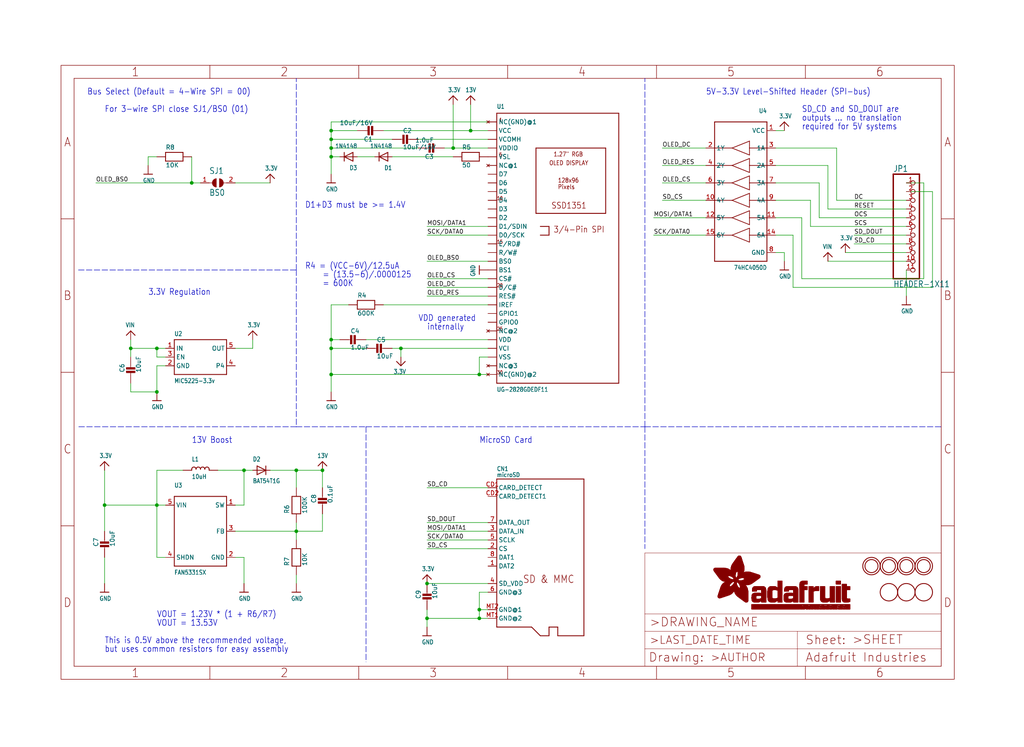
<source format=kicad_sch>
(kicad_sch (version 20211123) (generator eeschema)
  (paper "User" 298.45 217.881)
  (lib_symbols
    (symbol "eagleSchem-eagle-import:13V" (power)
      (property "Value" "13V" (at -1.524 1.016 0))
      (symbol "13V_1_0"
        (pin power_in line (at 0 -2.54 90) (length 2.54) (name "13V") (number "1"))
      )
    )
    (symbol "eagleSchem-eagle-import:3.3V" (power)
      (property "Value" "3.3V" (at -1.524 1.016 0))
      (symbol "3.3V_1_0"
        (pin power_in line (at 0 -2.54 90) (length 2.54) (name "3.3V") (number "1"))
      )
    )
    (symbol "eagleSchem-eagle-import:74HC4050D"
      (property "Reference" "U" (at -7.62 22.86 0))
      (property "Value" "74HC4050D" (at -7.62 -22.86 0))
      (symbol "74HC4050D_1_0"
        (pin bidirectional line (at -10.16 17.78 0) (length 2.54) (name "VCC") (number "1"))
        (pin bidirectional line (at 10.16 -2.54 180) (length 2.54) (name "4Y") (number "10"))
        (pin bidirectional line (at -10.16 -7.62 0) (length 2.54) (name "5A") (number "11"))
        (pin bidirectional line (at 10.16 -7.62 180) (length 2.54) (name "5Y") (number "12"))
        (pin bidirectional line (at -10.16 -12.7 0) (length 2.54) (name "6A") (number "14"))
        (pin bidirectional line (at 10.16 -12.7 180) (length 2.54) (name "6Y") (number "15"))
        (pin bidirectional line (at 10.16 12.7 180) (length 2.54) (name "1Y") (number "2"))
        (pin bidirectional line (at -10.16 12.7 0) (length 2.54) (name "1A") (number "3"))
        (pin bidirectional line (at 10.16 7.62 180) (length 2.54) (name "2Y") (number "4"))
        (pin bidirectional line (at -10.16 7.62 0) (length 2.54) (name "2A") (number "5"))
        (pin bidirectional line (at 10.16 2.54 180) (length 2.54) (name "3Y") (number "6"))
        (pin bidirectional line (at -10.16 2.54 0) (length 2.54) (name "3A") (number "7"))
        (pin bidirectional line (at -10.16 -17.78 0) (length 2.54) (name "GND") (number "8"))
        (pin bidirectional line (at -10.16 -2.54 0) (length 2.54) (name "4A") (number "9"))
      )
    )
    (symbol "eagleSchem-eagle-import:CAP_CERAMIC_0805MP"
      (property "Reference" "C" (at -1.79 0.54 90))
      (property "Value" "CAP_CERAMIC_0805MP" (at 3 0.54 90))
      (symbol "CAP_CERAMIC_0805MP_1_0"
        (pin passive line (at 0 5.08 270) (length 2.54) (name "1") (number "1"))
        (pin passive line (at 0 -2.54 90) (length 2.54) (name "2") (number "2"))
      )
    )
    (symbol "eagleSchem-eagle-import:DIODESOD-123"
      (property "Reference" "D" (at -2.54 2.54 0))
      (property "Value" "DIODESOD-123" (at -2.54 -3.81 0))
      (symbol "DIODESOD-123_1_0"
        (pin passive line (at -2.54 0 0) (length 2.54) (name "A") (number "A"))
        (pin passive line (at 2.54 0 180) (length 2.54) (name "C") (number "C"))
      )
    )
    (symbol "eagleSchem-eagle-import:DIODESOD-323"
      (property "Reference" "D" (at -2.54 2.54 0))
      (property "Value" "DIODESOD-323" (at -2.54 -3.81 0))
      (symbol "DIODESOD-323_1_0"
        (pin passive line (at -2.54 0 0) (length 2.54) (name "A") (number "A"))
        (pin passive line (at 2.54 0 180) (length 2.54) (name "C") (number "C"))
      )
    )
    (symbol "eagleSchem-eagle-import:DISP_OLED_UG-2896GDEAF11TOP"
      (property "Value" "DISP_OLED_UG-2896GDEAF11TOP" (at -17.78 -40.64 0))
      (symbol "DISP_OLED_UG-2896GDEAF11TOP_1_0"
        (text "1" (at -17.145 38.1 0) (effects (font (size 1.016 0.8636)) (justify left bottom)))
        (text "1.27\" RGB" (at -1.27 27.94 0) (effects (font (size 1.27 1.0795)) (justify left bottom)))
        (text "10" (at -17.78 15.24 0) (effects (font (size 1.016 0.8636)) (justify left bottom)))
        (text "128x96" (at 0 20.32 0) (effects (font (size 1.27 1.0795)) (justify left bottom)))
        (text "15" (at -17.78 2.54 0) (effects (font (size 1.016 0.8636)) (justify left bottom)))
        (text "20" (at -17.78 -10.16 0) (effects (font (size 1.016 0.8636)) (justify left bottom)))
        (text "25" (at -17.78 -22.86 0) (effects (font (size 1.016 0.8636)) (justify left bottom)))
        (text "3/4-Pin SPI" (at -1.27 5.715 0) (effects (font (size 1.778 1.5113)) (justify left bottom)))
        (text "30" (at -17.78 -35.56 0) (effects (font (size 1.016 0.8636)) (justify left bottom)))
        (text "5" (at -17.145 27.94 0) (effects (font (size 1.016 0.8636)) (justify left bottom)))
        (text "OLED DISPLAY" (at -2.54 25.4 0) (effects (font (size 1.27 1.0795)) (justify left bottom)))
        (text "Pixels" (at 0 18.415 0) (effects (font (size 1.27 1.0795)) (justify left bottom)))
        (text "SSD1351" (at -1.905 12.7 0) (effects (font (size 1.778 1.5113)) (justify left bottom)))
        (pin no_connect line (at -20.32 -35.56 0) (length 2.54) (name "NC(GND)@2") (number "P$1"))
        (pin bidirectional line (at -20.32 -12.7 0) (length 2.54) (name "RES#") (number "P$10"))
        (pin bidirectional line (at -20.32 -10.16 0) (length 2.54) (name "D/C#") (number "P$11"))
        (pin bidirectional line (at -20.32 -7.62 0) (length 2.54) (name "CS#") (number "P$12"))
        (pin bidirectional line (at -20.32 -5.08 0) (length 2.54) (name "BS1") (number "P$13"))
        (pin bidirectional line (at -20.32 -2.54 0) (length 2.54) (name "BS0") (number "P$14"))
        (pin bidirectional line (at -20.32 0 0) (length 2.54) (name "R/W#") (number "P$15"))
        (pin bidirectional line (at -20.32 2.54 0) (length 2.54) (name "E/RD#") (number "P$16"))
        (pin bidirectional line (at -20.32 5.08 0) (length 2.54) (name "D0/SCK") (number "P$17"))
        (pin bidirectional line (at -20.32 7.62 0) (length 2.54) (name "D1/SDIN") (number "P$18"))
        (pin bidirectional line (at -20.32 10.16 0) (length 2.54) (name "D2") (number "P$19"))
        (pin no_connect line (at -20.32 -33.02 0) (length 2.54) (name "NC@3") (number "P$2"))
        (pin bidirectional line (at -20.32 12.7 0) (length 2.54) (name "D3") (number "P$20"))
        (pin bidirectional line (at -20.32 15.24 0) (length 2.54) (name "D4") (number "P$21"))
        (pin bidirectional line (at -20.32 17.78 0) (length 2.54) (name "D5") (number "P$22"))
        (pin bidirectional line (at -20.32 20.32 0) (length 2.54) (name "D6") (number "P$23"))
        (pin bidirectional line (at -20.32 22.86 0) (length 2.54) (name "D7") (number "P$24"))
        (pin no_connect line (at -20.32 25.4 0) (length 2.54) (name "NC@1") (number "P$25"))
        (pin bidirectional line (at -20.32 27.94 0) (length 2.54) (name "VSL") (number "P$26"))
        (pin power_in line (at -20.32 30.48 0) (length 2.54) (name "VDDIO") (number "P$27"))
        (pin power_in line (at -20.32 33.02 0) (length 2.54) (name "VCOMH") (number "P$28"))
        (pin power_in line (at -20.32 35.56 0) (length 2.54) (name "VCC") (number "P$29"))
        (pin power_in line (at -20.32 -30.48 0) (length 2.54) (name "VSS") (number "P$3"))
        (pin no_connect line (at -20.32 38.1 0) (length 2.54) (name "NC(GND)@1") (number "P$30"))
        (pin power_in line (at -20.32 -27.94 0) (length 2.54) (name "VCI") (number "P$4"))
        (pin power_in line (at -20.32 -25.4 0) (length 2.54) (name "VDD") (number "P$5"))
        (pin no_connect line (at -20.32 -22.86 0) (length 2.54) (name "NC@2") (number "P$6"))
        (pin bidirectional line (at -20.32 -20.32 0) (length 2.54) (name "GPIO0") (number "P$7"))
        (pin bidirectional line (at -20.32 -17.78 0) (length 2.54) (name "GPIO1") (number "P$8"))
        (pin bidirectional line (at -20.32 -15.24 0) (length 2.54) (name "IREF") (number "P$9"))
      )
    )
    (symbol "eagleSchem-eagle-import:FAN5331"
      (property "Reference" "U" (at -7.62 12.7 0))
      (property "Value" "FAN5331" (at -7.62 -12.7 0))
      (symbol "FAN5331_1_0"
        (pin bidirectional line (at 10.16 7.62 180) (length 2.54) (name "SW") (number "1"))
        (pin bidirectional line (at 10.16 -7.62 180) (length 2.54) (name "GND") (number "2"))
        (pin bidirectional line (at 10.16 0 180) (length 2.54) (name "FB") (number "3"))
        (pin bidirectional line (at -10.16 -7.62 0) (length 2.54) (name "SHDN") (number "4"))
        (pin bidirectional line (at -10.16 7.62 0) (length 2.54) (name "VIN") (number "5"))
      )
    )
    (symbol "eagleSchem-eagle-import:FIDUCIAL")
    (symbol "eagleSchem-eagle-import:FRAME_A4_ADAFRUIT"
      (symbol "FRAME_A4_ADAFRUIT_0_0"
        (text "1" (at 21.6958 1.905 0) (effects (font (size 2.54 2.286))))
        (text "1" (at 21.6958 177.165 0) (effects (font (size 2.54 2.286))))
        (text "2" (at 65.0875 1.905 0) (effects (font (size 2.54 2.286))))
        (text "2" (at 65.0875 177.165 0) (effects (font (size 2.54 2.286))))
        (text "3" (at 108.4792 1.905 0) (effects (font (size 2.54 2.286))))
        (text "3" (at 108.4792 177.165 0) (effects (font (size 2.54 2.286))))
        (text "4" (at 151.8708 1.905 0) (effects (font (size 2.54 2.286))))
        (text "4" (at 151.8708 177.165 0) (effects (font (size 2.54 2.286))))
        (text "5" (at 195.2625 1.905 0) (effects (font (size 2.54 2.286))))
        (text "5" (at 195.2625 177.165 0) (effects (font (size 2.54 2.286))))
        (text "6" (at 238.6542 1.905 0) (effects (font (size 2.54 2.286))))
        (text "6" (at 238.6542 177.165 0) (effects (font (size 2.54 2.286))))
        (text "A" (at 1.905 156.6863 0) (effects (font (size 2.54 2.286))))
        (text "A" (at 258.445 156.6863 0) (effects (font (size 2.54 2.286))))
        (text "B" (at 1.905 111.9188 0) (effects (font (size 2.54 2.286))))
        (text "B" (at 258.445 111.9188 0) (effects (font (size 2.54 2.286))))
        (text "C" (at 1.905 67.1513 0) (effects (font (size 2.54 2.286))))
        (text "C" (at 258.445 67.1513 0) (effects (font (size 2.54 2.286))))
        (text "D" (at 1.905 22.3838 0) (effects (font (size 2.54 2.286))))
        (text "D" (at 258.445 22.3838 0) (effects (font (size 2.54 2.286))))
      )
      (symbol "FRAME_A4_ADAFRUIT_1_0"
        (text ">AUTHOR" (at 189.23 5.08 0) (effects (font (size 2.286 2.286)) (justify left bottom)))
        (text ">DRAWING_NAME" (at 171.45 15.24 0) (effects (font (size 2.54 2.54)) (justify left bottom)))
        (text ">LAST_DATE_TIME" (at 171.45 10.16 0) (effects (font (size 2.286 2.286)) (justify left bottom)))
        (text ">SHEET" (at 230.505 10.16 0) (effects (font (size 2.54 2.54)) (justify left bottom)))
        (text "Adafruit Industries" (at 216.916 4.953 0) (effects (font (size 2.54 2.54)) (justify left bottom)))
        (text "Drawing:" (at 171.196 4.953 0) (effects (font (size 2.54 2.54)) (justify left bottom)))
        (text "Sheet:" (at 216.916 10.033 0) (effects (font (size 2.54 2.54)) (justify left bottom)))
      )
    )
    (symbol "eagleSchem-eagle-import:GND" (power)
      (property "Value" "GND" (at -1.524 -2.54 0))
      (symbol "GND_1_0"
        (pin power_in line (at 0 2.54 270) (length 2.54) (name "GND") (number "1"))
      )
    )
    (symbol "eagleSchem-eagle-import:HEADER-1X11"
      (property "Reference" "JP" (at -6.35 15.875 0))
      (property "Value" "HEADER-1X11" (at -6.35 -17.78 0))
      (symbol "HEADER-1X11_1_0"
        (pin passive inverted (at -2.54 12.7 0) (length 2.54) (name "1") (number "1"))
        (pin passive inverted (at -2.54 -10.16 0) (length 2.54) (name "10") (number "10"))
        (pin passive inverted (at -2.54 -12.7 0) (length 2.54) (name "11") (number "11"))
        (pin passive inverted (at -2.54 10.16 0) (length 2.54) (name "2") (number "2"))
        (pin passive inverted (at -2.54 7.62 0) (length 2.54) (name "3") (number "3"))
        (pin passive inverted (at -2.54 5.08 0) (length 2.54) (name "4") (number "4"))
        (pin passive inverted (at -2.54 2.54 0) (length 2.54) (name "5") (number "5"))
        (pin passive inverted (at -2.54 0 0) (length 2.54) (name "6") (number "6"))
        (pin passive inverted (at -2.54 -2.54 0) (length 2.54) (name "7") (number "7"))
        (pin passive inverted (at -2.54 -5.08 0) (length 2.54) (name "8") (number "8"))
        (pin passive inverted (at -2.54 -7.62 0) (length 2.54) (name "9") (number "9"))
      )
    )
    (symbol "eagleSchem-eagle-import:INDUCTOR"
      (property "Reference" "L" (at -2.54 2.54 0))
      (property "Value" "INDUCTOR" (at -2.54 -2.54 0))
      (symbol "INDUCTOR_1_0"
        (pin passive line (at -5.08 0 0) (length 2.54) (name "1") (number "P$1"))
        (pin passive line (at 5.08 0 180) (length 2.54) (name "2") (number "P$2"))
      )
    )
    (symbol "eagleSchem-eagle-import:MICROSD"
      (property "Reference" "X" (at -12.7 22.606 0))
      (property "Value" "MICROSD" (at -12.7 20.828 0))
      (symbol "MICROSD_1_0"
        (text "SD & MMC" (at -5.08 -10.16 0) (effects (font (size 2.1844 1.8567)) (justify left bottom)))
        (pin bidirectional line (at -15.24 -5.08 0) (length 2.54) (name "DAT2") (number "1"))
        (pin input line (at -15.24 0 0) (length 2.54) (name "CS") (number "2"))
        (pin input line (at -15.24 5.08 0) (length 2.54) (name "DATA_IN") (number "3"))
        (pin power_in line (at -15.24 -10.16 0) (length 2.54) (name "SD_VDD") (number "4"))
        (pin input line (at -15.24 2.54 0) (length 2.54) (name "SCLK") (number "5"))
        (pin power_in line (at -15.24 -12.7 0) (length 2.54) (name "GND@3") (number "6"))
        (pin output line (at -15.24 7.62 0) (length 2.54) (name "DATA_OUT") (number "7"))
        (pin bidirectional line (at -15.24 -2.54 0) (length 2.54) (name "DAT1") (number "8"))
        (pin passive line (at -15.24 17.78 0) (length 2.54) (name "CARD_DETECT") (number "CD1"))
        (pin passive line (at -15.24 15.24 0) (length 2.54) (name "CARD_DETECT1") (number "CD2"))
        (pin power_in line (at -15.24 -20.32 0) (length 2.54) (name "GND@2") (number "MT1"))
        (pin power_in line (at -15.24 -17.78 0) (length 2.54) (name "GND@1") (number "MT2"))
      )
    )
    (symbol "eagleSchem-eagle-import:MOUNTINGHOLE2.5")
    (symbol "eagleSchem-eagle-import:RESISTOR_0805MP"
      (property "Reference" "R" (at -2.54 2.032 0))
      (property "Value" "RESISTOR_0805MP" (at -2.54 -3.175 0))
      (symbol "RESISTOR_0805MP_1_0"
        (pin passive line (at -5.08 0 0) (length 2.54) (name "1") (number "1"))
        (pin passive line (at 5.08 0 180) (length 2.54) (name "2") (number "2"))
      )
    )
    (symbol "eagleSchem-eagle-import:SOLDERJUMPERREFLOW_NOPASTE"
      (property "Reference" "SJ" (at -2.54 2.54 0))
      (property "Value" "SOLDERJUMPERREFLOW_NOPASTE" (at -2.54 -3.81 0))
      (symbol "SOLDERJUMPERREFLOW_NOPASTE_1_0"
        (pin passive line (at -5.08 0 0) (length 2.54) (name "1") (number "1"))
        (pin passive line (at 5.08 0 180) (length 2.54) (name "2") (number "2"))
      )
    )
    (symbol "eagleSchem-eagle-import:VIN" (power)
      (property "Value" "VIN" (at -1.524 1.016 0))
      (symbol "VIN_1_0"
        (pin power_in line (at 0 -2.54 90) (length 2.54) (name "VIN") (number "1"))
      )
    )
    (symbol "eagleSchem-eagle-import:VREG_SOT23-5"
      (property "Reference" "U" (at -7.62 6.096 0))
      (property "Value" "VREG_SOT23-5" (at -7.62 -7.62 0))
      (symbol "VREG_SOT23-5_1_0"
        (pin power_in line (at -10.16 2.54 0) (length 2.54) (name "IN") (number "1"))
        (pin power_in line (at -10.16 -2.54 0) (length 2.54) (name "GND") (number "2"))
        (pin input line (at -10.16 0 0) (length 2.54) (name "EN") (number "3"))
        (pin bidirectional line (at 10.16 -2.54 180) (length 2.54) (name "P4") (number "4"))
        (pin power_in line (at 10.16 2.54 180) (length 2.54) (name "OUT") (number "5"))
      )
    )
  )
  (junction (at 96.52 38.1))
  (junction (at 96.52 45.72))
  (junction (at 116.84 101.6))
  (junction (at 96.52 43.18))
  (junction (at 96.52 40.64))
  (junction (at 38.1 101.6))
  (junction (at 139.7 109.22))
  (junction (at 30.48 147.32))
  (junction (at 45.72 114.3))
  (junction (at 124.46 180.34))
  (junction (at 45.72 147.32))
  (junction (at 137.16 38.1))
  (junction (at 96.52 109.22))
  (junction (at 139.7 177.8))
  (junction (at 45.72 101.6))
  (junction (at 124.46 170.18))
  (junction (at 55.88 53.34))
  (junction (at 93.98 137.16))
  (junction (at 96.52 99.06))
  (junction (at 86.36 137.16))
  (junction (at 132.08 43.18))
  (junction (at 71.12 137.16))
  (junction (at 86.36 154.94))
  (junction (at 139.7 180.34))
  (junction (at 96.52 101.6))
  (wire (pts (xy 271.78 83.82) (xy 271.78 55.88)))
  (polyline (pts (xy 187.96 124.46) (xy 187.96 22.86)))
  (wire (pts (xy 142.24 68.58) (xy 124.46 68.58)))
  (wire (pts (xy 96.52 101.6) (xy 96.52 109.22)))
  (wire (pts (xy 68.58 162.56) (xy 71.12 162.56)))
  (wire (pts (xy 236.22 58.42) (xy 226.06 58.42)))
  (polyline (pts (xy 106.68 124.46) (xy 187.96 124.46)))
  (wire (pts (xy 86.36 137.16) (xy 93.98 137.16)))
  (wire (pts (xy 99.06 99.06) (xy 96.52 99.06)))
  (wire (pts (xy 142.24 154.94) (xy 124.46 154.94)))
  (wire (pts (xy 139.7 109.22) (xy 96.52 109.22)))
  (wire (pts (xy 137.16 38.1) (xy 111.76 38.1)))
  (wire (pts (xy 45.72 147.32) (xy 45.72 137.16)))
  (wire (pts (xy 71.12 137.16) (xy 73.66 137.16)))
  (wire (pts (xy 142.24 104.14) (xy 139.7 104.14)))
  (wire (pts (xy 132.08 30.48) (xy 132.08 43.18)))
  (wire (pts (xy 45.72 45.72) (xy 43.18 45.72)))
  (wire (pts (xy 48.26 147.32) (xy 45.72 147.32)))
  (polyline (pts (xy 86.36 124.46) (xy 106.68 124.46)))
  (wire (pts (xy 132.08 45.72) (xy 114.3 45.72)))
  (wire (pts (xy 139.7 172.72) (xy 139.7 177.8)))
  (wire (pts (xy 238.76 53.34) (xy 238.76 63.5)))
  (wire (pts (xy 205.74 43.18) (xy 193.04 43.18)))
  (wire (pts (xy 96.52 88.9) (xy 96.52 99.06)))
  (wire (pts (xy 142.24 177.8) (xy 139.7 177.8)))
  (wire (pts (xy 205.74 48.26) (xy 193.04 48.26)))
  (wire (pts (xy 142.24 66.04) (xy 124.46 66.04)))
  (wire (pts (xy 48.26 104.14) (xy 45.72 104.14)))
  (wire (pts (xy 142.24 40.64) (xy 121.92 40.64)))
  (polyline (pts (xy 106.68 124.46) (xy 106.68 193.04)))
  (wire (pts (xy 104.14 38.1) (xy 96.52 38.1)))
  (wire (pts (xy 241.3 60.96) (xy 264.16 60.96)))
  (wire (pts (xy 73.66 101.6) (xy 73.66 99.06)))
  (wire (pts (xy 142.24 38.1) (xy 137.16 38.1)))
  (wire (pts (xy 45.72 106.68) (xy 45.72 114.3)))
  (wire (pts (xy 86.36 157.48) (xy 86.36 154.94)))
  (wire (pts (xy 142.24 99.06) (xy 106.68 99.06)))
  (wire (pts (xy 238.76 53.34) (xy 226.06 53.34)))
  (wire (pts (xy 142.24 142.24) (xy 124.46 142.24)))
  (wire (pts (xy 142.24 172.72) (xy 139.7 172.72)))
  (wire (pts (xy 86.36 154.94) (xy 86.36 152.4)))
  (wire (pts (xy 139.7 104.14) (xy 139.7 109.22)))
  (wire (pts (xy 48.26 106.68) (xy 45.72 106.68)))
  (wire (pts (xy 86.36 154.94) (xy 93.98 154.94)))
  (wire (pts (xy 226.06 63.5) (xy 233.68 63.5)))
  (wire (pts (xy 243.84 43.18) (xy 243.84 58.42)))
  (wire (pts (xy 236.22 66.04) (xy 264.16 66.04)))
  (wire (pts (xy 236.22 58.42) (xy 236.22 66.04)))
  (wire (pts (xy 30.48 147.32) (xy 30.48 137.16)))
  (wire (pts (xy 99.06 45.72) (xy 96.52 45.72)))
  (wire (pts (xy 96.52 35.56) (xy 96.52 38.1)))
  (wire (pts (xy 38.1 114.3) (xy 45.72 114.3)))
  (wire (pts (xy 142.24 101.6) (xy 116.84 101.6)))
  (wire (pts (xy 86.36 167.64) (xy 86.36 170.18)))
  (wire (pts (xy 142.24 170.18) (xy 124.46 170.18)))
  (wire (pts (xy 241.3 76.2) (xy 264.16 76.2)))
  (wire (pts (xy 93.98 154.94) (xy 93.98 149.86)))
  (wire (pts (xy 45.72 137.16) (xy 53.34 137.16)))
  (wire (pts (xy 137.16 30.48) (xy 137.16 38.1)))
  (wire (pts (xy 71.12 162.56) (xy 71.12 170.18)))
  (wire (pts (xy 55.88 53.34) (xy 58.42 53.34)))
  (wire (pts (xy 124.46 180.34) (xy 124.46 182.88)))
  (wire (pts (xy 226.06 38.1) (xy 228.6 38.1)))
  (wire (pts (xy 63.5 137.16) (xy 71.12 137.16)))
  (wire (pts (xy 78.74 137.16) (xy 86.36 137.16)))
  (wire (pts (xy 106.68 101.6) (xy 96.52 101.6)))
  (wire (pts (xy 68.58 53.34) (xy 78.74 53.34)))
  (wire (pts (xy 241.3 48.26) (xy 241.3 60.96)))
  (wire (pts (xy 38.1 111.76) (xy 38.1 114.3)))
  (wire (pts (xy 116.84 104.14) (xy 116.84 101.6)))
  (wire (pts (xy 205.74 63.5) (xy 190.5 63.5)))
  (wire (pts (xy 38.1 101.6) (xy 38.1 99.06)))
  (wire (pts (xy 142.24 160.02) (xy 124.46 160.02)))
  (wire (pts (xy 142.24 109.22) (xy 139.7 109.22)))
  (wire (pts (xy 27.94 53.34) (xy 55.88 53.34)))
  (wire (pts (xy 264.16 86.36) (xy 264.16 78.74)))
  (wire (pts (xy 48.26 101.6) (xy 45.72 101.6)))
  (wire (pts (xy 38.1 101.6) (xy 38.1 104.14)))
  (wire (pts (xy 142.24 157.48) (xy 124.46 157.48)))
  (wire (pts (xy 233.68 81.28) (xy 269.24 81.28)))
  (wire (pts (xy 30.48 162.56) (xy 30.48 170.18)))
  (wire (pts (xy 243.84 58.42) (xy 264.16 58.42)))
  (wire (pts (xy 142.24 180.34) (xy 139.7 180.34)))
  (wire (pts (xy 96.52 38.1) (xy 96.52 40.64)))
  (polyline (pts (xy 86.36 78.74) (xy 86.36 124.46)))
  (wire (pts (xy 231.14 68.58) (xy 231.14 83.82)))
  (wire (pts (xy 96.52 40.64) (xy 96.52 43.18)))
  (wire (pts (xy 71.12 137.16) (xy 71.12 147.32)))
  (wire (pts (xy 96.52 45.72) (xy 96.52 50.8)))
  (wire (pts (xy 55.88 53.34) (xy 55.88 45.72)))
  (polyline (pts (xy 86.36 124.46) (xy 22.86 124.46)))
  (wire (pts (xy 68.58 101.6) (xy 73.66 101.6)))
  (wire (pts (xy 238.76 63.5) (xy 264.16 63.5)))
  (wire (pts (xy 142.24 81.28) (xy 124.46 81.28)))
  (wire (pts (xy 226.06 68.58) (xy 231.14 68.58)))
  (wire (pts (xy 233.68 63.5) (xy 233.68 81.28)))
  (wire (pts (xy 142.24 152.4) (xy 124.46 152.4)))
  (wire (pts (xy 142.24 76.2) (xy 124.46 76.2)))
  (wire (pts (xy 45.72 147.32) (xy 30.48 147.32)))
  (wire (pts (xy 142.24 35.56) (xy 96.52 35.56)))
  (wire (pts (xy 48.26 162.56) (xy 45.72 162.56)))
  (wire (pts (xy 68.58 154.94) (xy 86.36 154.94)))
  (wire (pts (xy 43.18 45.72) (xy 43.18 48.26)))
  (wire (pts (xy 269.24 53.34) (xy 264.16 53.34)))
  (wire (pts (xy 101.6 88.9) (xy 96.52 88.9)))
  (wire (pts (xy 142.24 88.9) (xy 111.76 88.9)))
  (wire (pts (xy 246.38 73.66) (xy 264.16 73.66)))
  (wire (pts (xy 116.84 101.6) (xy 114.3 101.6)))
  (wire (pts (xy 139.7 180.34) (xy 124.46 180.34)))
  (wire (pts (xy 243.84 43.18) (xy 226.06 43.18)))
  (polyline (pts (xy 22.86 78.74) (xy 86.36 78.74)))
  (wire (pts (xy 231.14 83.82) (xy 271.78 83.82)))
  (wire (pts (xy 205.74 58.42) (xy 193.04 58.42)))
  (wire (pts (xy 93.98 142.24) (xy 93.98 137.16)))
  (wire (pts (xy 142.24 43.18) (xy 132.08 43.18)))
  (wire (pts (xy 132.08 43.18) (xy 129.54 43.18)))
  (wire (pts (xy 71.12 147.32) (xy 68.58 147.32)))
  (wire (pts (xy 96.52 99.06) (xy 96.52 101.6)))
  (wire (pts (xy 45.72 104.14) (xy 45.72 101.6)))
  (wire (pts (xy 205.74 68.58) (xy 190.5 68.58)))
  (wire (pts (xy 269.24 81.28) (xy 269.24 53.34)))
  (wire (pts (xy 124.46 177.8) (xy 124.46 180.34)))
  (wire (pts (xy 121.92 43.18) (xy 96.52 43.18)))
  (wire (pts (xy 205.74 53.34) (xy 193.04 53.34)))
  (wire (pts (xy 45.72 162.56) (xy 45.72 147.32)))
  (wire (pts (xy 142.24 83.82) (xy 124.46 83.82)))
  (wire (pts (xy 264.16 68.58) (xy 248.92 68.58)))
  (wire (pts (xy 104.14 45.72) (xy 109.22 45.72)))
  (wire (pts (xy 142.24 86.36) (xy 124.46 86.36)))
  (wire (pts (xy 271.78 55.88) (xy 264.16 55.88)))
  (wire (pts (xy 30.48 147.32) (xy 30.48 154.94)))
  (wire (pts (xy 86.36 137.16) (xy 86.36 142.24)))
  (wire (pts (xy 45.72 101.6) (xy 38.1 101.6)))
  (wire (pts (xy 228.6 73.66) (xy 228.6 76.2)))
  (polyline (pts (xy 187.96 124.46) (xy 187.96 160.02)))
  (wire (pts (xy 96.52 43.18) (xy 96.52 45.72)))
  (wire (pts (xy 114.3 40.64) (xy 96.52 40.64)))
  (polyline (pts (xy 86.36 78.74) (xy 86.36 22.86)))
  (polyline (pts (xy 187.96 124.46) (xy 274.32 124.46)))
  (wire (pts (xy 248.92 71.12) (xy 264.16 71.12)))
  (wire (pts (xy 96.52 109.22) (xy 96.52 114.3)))
  (wire (pts (xy 241.3 48.26) (xy 226.06 48.26)))
  (wire (pts (xy 139.7 177.8) (xy 139.7 180.34)))
  (wire (pts (xy 226.06 73.66) (xy 228.6 73.66)))
  (text "R4 = (VCC-6V)/12.5uA" (at 88.9 78.74 180) (effects (font (size 1.778 1.5113)) (justify left bottom)))
  (text "For 3-wire SPI close SJ1/BS0 (01)" (at 30.48 33.02 180) (effects (font (size 1.778 1.5113)) (justify left bottom)))
  (text "13V Boost" (at 55.88 129.54 180) (effects (font (size 1.778 1.5113)) (justify left bottom)))
  (text "This is 0.5V above the recommended voltage," (at 30.48 187.96 180) (effects (font (size 1.778 1.5113)) (justify left bottom)))
  (text "required for 5V systems" (at 233.68 38.1 180) (effects (font (size 1.778 1.5113)) (justify left bottom)))
  (text "VOUT = 13.53V" (at 45.72 182.88 180) (effects (font (size 1.778 1.5113)) (justify left bottom)))
  (text "D1+D3 must be >= 1.4V" (at 88.9 60.96 180) (effects (font (size 1.778 1.5113)) (justify left bottom)))
  (text "= 600K" (at 93.98 83.82 180) (effects (font (size 1.778 1.5113)) (justify left bottom)))
  (text "SD_CD and SD_DOUT are" (at 233.68 33.02 180) (effects (font (size 1.778 1.5113)) (justify left bottom)))
  (text "but uses common resistors for easy assembly" (at 30.48 190.5 180) (effects (font (size 1.778 1.5113)) (justify left bottom)))
  (text "VOUT = 1.23V * (1 + R6/R7)" (at 45.72 180.34 180) (effects (font (size 1.778 1.5113)) (justify left bottom)))
  (text "Bus Select (Default = 4-Wire SPI = 00)" (at 25.4 27.94 180) (effects (font (size 1.778 1.5113)) (justify left bottom)))
  (text "outputs ... no translation" (at 233.68 35.56 180) (effects (font (size 1.778 1.5113)) (justify left bottom)))
  (text "5V-3.3V Level-Shifted Header (SPI-bus)" (at 205.74 27.94 180) (effects (font (size 1.778 1.5113)) (justify left bottom)))
  (text "= (13.5-6)/.0000125" (at 93.98 81.28 180) (effects (font (size 1.778 1.5113)) (justify left bottom)))
  (text "MicroSD Card" (at 139.7 129.54 180) (effects (font (size 1.778 1.5113)) (justify left bottom)))
  (text "VDD generated" (at 121.92 93.98 180) (effects (font (size 1.778 1.5113)) (justify left bottom)))
  (text "3.3V Regulation" (at 43.18 86.36 180) (effects (font (size 1.778 1.5113)) (justify left bottom)))
  (text "internally" (at 124.46 96.52 180) (effects (font (size 1.778 1.5113)) (justify left bottom)))
  (label "OLED_DC" (at 124.46 83.82 0) (effects (font (size 1.2446 1.2446))))
  (label "SD_DOUT" (at 124.46 152.4 0) (effects (font (size 1.2446 1.2446))))
  (label "SCK/DATA0" (at 124.46 68.58 0) (effects (font (size 1.2446 1.2446))))
  (label "OLED_DC" (at 193.04 43.18 0) (effects (font (size 1.2446 1.2446))))
  (label "SD_CD" (at 124.46 142.24 0) (effects (font (size 1.2446 1.2446))))
  (label "OLED_RES" (at 124.46 86.36 0) (effects (font (size 1.2446 1.2446))))
  (label "OLED_BS0" (at 27.94 53.34 0) (effects (font (size 1.2446 1.2446))))
  (label "MOSI/DATA1" (at 124.46 154.94 0) (effects (font (size 1.2446 1.2446))))
  (label "SD_DOUT" (at 248.92 68.58 0) (effects (font (size 1.2446 1.2446))))
  (label "RESET" (at 248.92 60.96 0) (effects (font (size 1.2446 1.2446))))
  (label "OLED_BS0" (at 124.46 76.2 0) (effects (font (size 1.2446 1.2446))))
  (label "SD_CS" (at 124.46 160.02 0) (effects (font (size 1.2446 1.2446))))
  (label "SCK/DATA0" (at 190.5 68.58 0) (effects (font (size 1.2446 1.2446))))
  (label "OCS" (at 248.92 63.5 0) (effects (font (size 1.2446 1.2446))))
  (label "SCS" (at 248.92 66.04 0) (effects (font (size 1.2446 1.2446))))
  (label "MOSI/DATA1" (at 124.46 66.04 0) (effects (font (size 1.2446 1.2446))))
  (label "OLED_CS" (at 193.04 53.34 0) (effects (font (size 1.2446 1.2446))))
  (label "OLED_CS" (at 124.46 81.28 0) (effects (font (size 1.2446 1.2446))))
  (label "SD_CD" (at 248.92 71.12 0) (effects (font (size 1.2446 1.2446))))
  (label "MOSI/DATA1" (at 190.5 63.5 0) (effects (font (size 1.2446 1.2446))))
  (label "DC" (at 248.92 58.42 0) (effects (font (size 1.2446 1.2446))))
  (label "SD_CS" (at 193.04 58.42 0) (effects (font (size 1.2446 1.2446))))
  (label "SCK/DATA0" (at 124.46 157.48 0) (effects (font (size 1.2446 1.2446))))
  (label "OLED_RES" (at 193.04 48.26 0) (effects (font (size 1.2446 1.2446))))
  (symbol (lib_id "eagleSchem-eagle-import:DIODESOD-323") (at 111.76 45.72 180) (unit 1)
    (property "Reference" "D1" (at 114.3 48.26 0) (effects (font (size 1.27 1.0795)) (justify left bottom)))
    (property "Value" "1N4148" (at 114.3 41.91 0) (effects (font (size 1.27 1.0795)) (justify left bottom)))
    (property "Footprint" "eagleSchem:SOD-323" (effects hide))
  )
  (symbol (lib_id "eagleSchem-eagle-import:CAP_CERAMIC_0805MP") (at 127 43.18 90) (unit 1)
    (property "Reference" "C3" (at 126.46 44.97 90) (effects (justify left bottom)))
    (property "Value" "1.0uF" (at 126.46 40.18 90) (effects (justify left bottom)))
    (property "Footprint" "eagleSchem:_0805MP" (effects hide))
  )
  (symbol (lib_id "eagleSchem-eagle-import:INDUCTOR") (at 58.42 137.16 0) (unit 1)
    (property "Reference" "L1" (at 55.88 134.62 0) (effects (font (size 1.27 1.0795)) (justify left bottom)))
    (property "Value" "10uH" (at 55.88 139.7 0) (effects (font (size 1.27 1.0795)) (justify left bottom)))
    (property "Footprint" "eagleSchem:INDUCTOR_1007" (effects hide))
  )
  (symbol (lib_id "eagleSchem-eagle-import:FIDUCIAL") (at 264.16 172.72 0) (unit 1)
    (property "Reference" "U$27" (effects hide))
    (property "Value" "FIDUCIAL" (effects hide))
    (property "Footprint" "eagleSchem:FIDUCIAL_1MM" (effects hide))
  )
  (symbol (lib_id "eagleSchem-eagle-import:GND") (at 228.6 78.74 0) (unit 1)
    (property "Reference" "#U$34" (effects hide))
    (property "Value" "GND" (at 227.076 81.28 0) (effects (font (size 1.27 1.0795)) (justify left bottom)))
    (property "Footprint" "eagleSchem:" (effects hide))
  )
  (symbol (lib_id "eagleSchem-eagle-import:CAP_CERAMIC_0805MP") (at 116.84 40.64 270) (unit 1)
    (property "Reference" "C2" (at 117.38 38.85 90) (effects (justify left bottom)))
    (property "Value" "10uF/16V" (at 117.38 43.64 90) (effects (justify left bottom)))
    (property "Footprint" "eagleSchem:_0805MP" (effects hide))
  )
  (symbol (lib_id "eagleSchem-eagle-import:HEADER-1X11") (at 266.7 66.04 0) (unit 1)
    (property "Reference" "JP1" (at 260.35 50.165 0) (effects (font (size 1.778 1.5113)) (justify left bottom)))
    (property "Value" "HEADER-1X11" (at 260.35 83.82 0) (effects (font (size 1.778 1.5113)) (justify left bottom)))
    (property "Footprint" "eagleSchem:1X11_ROUND" (effects hide))
  )
  (symbol (lib_id "eagleSchem-eagle-import:74HC4050D") (at 215.9 55.88 0) (mirror y) (unit 1)
    (property "Reference" "U4" (at 223.52 33.02 0) (effects (font (size 1.27 1.0795)) (justify left bottom)))
    (property "Value" "74HC4050D" (at 223.52 78.74 0) (effects (font (size 1.27 1.0795)) (justify left bottom)))
    (property "Footprint" "eagleSchem:SOIC16" (effects hide))
  )
  (symbol (lib_id "eagleSchem-eagle-import:MOUNTINGHOLE2.5") (at 269.24 165.1 0) (unit 1)
    (property "Reference" "U$22" (effects hide))
    (property "Value" "MOUNTINGHOLE2.5" (effects hide))
    (property "Footprint" "eagleSchem:MOUNTINGHOLE_2.5_PLATED" (effects hide))
  )
  (symbol (lib_id "eagleSchem-eagle-import:RESISTOR_0805MP") (at 50.8 45.72 0) (unit 1)
    (property "Reference" "R8" (at 48.26 43.688 0) (effects (justify left bottom)))
    (property "Value" "10K" (at 48.26 48.895 0) (effects (justify left bottom)))
    (property "Footprint" "eagleSchem:_0805MP" (effects hide))
  )
  (symbol (lib_id "eagleSchem-eagle-import:GND") (at 264.16 88.9 0) (unit 1)
    (property "Reference" "#U$18" (effects hide))
    (property "Value" "GND" (at 262.636 91.44 0) (effects (font (size 1.27 1.0795)) (justify left bottom)))
    (property "Footprint" "eagleSchem:" (effects hide))
  )
  (symbol (lib_id "eagleSchem-eagle-import:VIN") (at 241.3 73.66 0) (unit 1)
    (property "Reference" "#U$17" (effects hide))
    (property "Value" "VIN" (at 239.776 72.644 0) (effects (font (size 1.27 1.0795)) (justify left bottom)))
    (property "Footprint" "eagleSchem:" (effects hide))
  )
  (symbol (lib_id "eagleSchem-eagle-import:3.3V") (at 116.84 106.68 180) (unit 1)
    (property "Reference" "#U$7" (effects hide))
    (property "Value" "3.3V" (at 118.364 107.696 0) (effects (font (size 1.27 1.0795)) (justify left bottom)))
    (property "Footprint" "eagleSchem:" (effects hide))
  )
  (symbol (lib_id "eagleSchem-eagle-import:DIODESOD-323") (at 101.6 45.72 180) (unit 1)
    (property "Reference" "D3" (at 104.14 48.26 0) (effects (font (size 1.27 1.0795)) (justify left bottom)))
    (property "Value" "1N4148" (at 104.14 41.91 0) (effects (font (size 1.27 1.0795)) (justify left bottom)))
    (property "Footprint" "eagleSchem:SOD-323" (effects hide))
  )
  (symbol (lib_id "eagleSchem-eagle-import:CAP_CERAMIC_0805MP") (at 38.1 109.22 0) (unit 1)
    (property "Reference" "C6" (at 36.31 108.68 90) (effects (justify left bottom)))
    (property "Value" "10uF" (at 41.1 108.68 90) (effects (justify left bottom)))
    (property "Footprint" "eagleSchem:_0805MP" (effects hide))
  )
  (symbol (lib_id "eagleSchem-eagle-import:RESISTOR_0805MP") (at 106.68 88.9 0) (unit 1)
    (property "Reference" "R4" (at 104.14 86.868 0) (effects (justify left bottom)))
    (property "Value" "600K" (at 104.14 92.075 0) (effects (justify left bottom)))
    (property "Footprint" "eagleSchem:_0805MP" (effects hide))
  )
  (symbol (lib_id "eagleSchem-eagle-import:3.3V") (at 228.6 35.56 0) (unit 1)
    (property "Reference" "#U$33" (effects hide))
    (property "Value" "3.3V" (at 227.076 34.544 0) (effects (font (size 1.27 1.0795)) (justify left bottom)))
    (property "Footprint" "eagleSchem:" (effects hide))
  )
  (symbol (lib_id "eagleSchem-eagle-import:3.3V") (at 30.48 134.62 0) (unit 1)
    (property "Reference" "#U$15" (effects hide))
    (property "Value" "3.3V" (at 28.956 133.604 0) (effects (font (size 1.27 1.0795)) (justify left bottom)))
    (property "Footprint" "eagleSchem:" (effects hide))
  )
  (symbol (lib_id "eagleSchem-eagle-import:FRAME_A4_ADAFRUIT") (at 17.78 198.12 0) (unit 1)
    (property "Reference" "#FRAME1" (effects hide))
    (property "Value" "FRAME_A4_ADAFRUIT" (effects hide))
    (property "Footprint" "eagleSchem:" (effects hide))
  )
  (symbol (lib_id "eagleSchem-eagle-import:3.3V") (at 124.46 167.64 0) (unit 1)
    (property "Reference" "#U$20" (effects hide))
    (property "Value" "3.3V" (at 122.936 166.624 0) (effects (font (size 1.27 1.0795)) (justify left bottom)))
    (property "Footprint" "eagleSchem:" (effects hide))
  )
  (symbol (lib_id "eagleSchem-eagle-import:3.3V") (at 78.74 50.8 0) (unit 1)
    (property "Reference" "#U$2" (effects hide))
    (property "Value" "3.3V" (at 77.216 49.784 0) (effects (font (size 1.27 1.0795)) (justify left bottom)))
    (property "Footprint" "eagleSchem:" (effects hide))
  )
  (symbol (lib_id "eagleSchem-eagle-import:GND") (at 45.72 116.84 0) (unit 1)
    (property "Reference" "#U$9" (effects hide))
    (property "Value" "GND" (at 44.196 119.38 0) (effects (font (size 1.27 1.0795)) (justify left bottom)))
    (property "Footprint" "eagleSchem:" (effects hide))
  )
  (symbol (lib_id "eagleSchem-eagle-import:RESISTOR_0805MP") (at 137.16 45.72 0) (unit 1)
    (property "Reference" "R5" (at 134.62 43.688 0) (effects (justify left bottom)))
    (property "Value" "50" (at 134.62 48.895 0) (effects (justify left bottom)))
    (property "Footprint" "eagleSchem:_0805MP" (effects hide))
  )
  (symbol (lib_id "eagleSchem-eagle-import:RESISTOR_0805MP") (at 86.36 147.32 90) (unit 1)
    (property "Reference" "R6" (at 84.328 149.86 0) (effects (justify left bottom)))
    (property "Value" "100K" (at 89.535 149.86 0) (effects (justify left bottom)))
    (property "Footprint" "eagleSchem:_0805MP" (effects hide))
  )
  (symbol (lib_id "eagleSchem-eagle-import:13V") (at 93.98 134.62 0) (unit 1)
    (property "Reference" "#U$16" (effects hide))
    (property "Value" "13V" (at 92.456 133.604 0) (effects (font (size 1.27 1.0795)) (justify left bottom)))
    (property "Footprint" "eagleSchem:" (effects hide))
  )
  (symbol (lib_id "eagleSchem-eagle-import:VIN") (at 38.1 96.52 0) (unit 1)
    (property "Reference" "#U$14" (effects hide))
    (property "Value" "VIN" (at 36.576 95.504 0) (effects (font (size 1.27 1.0795)) (justify left bottom)))
    (property "Footprint" "eagleSchem:" (effects hide))
  )
  (symbol (lib_id "eagleSchem-eagle-import:DISP_OLED_UG-2896GDEAF11TOP") (at 162.56 73.66 0) (unit 1)
    (property "Reference" "U1" (at 144.78 31.75 0) (effects (font (size 1.27 1.0795)) (justify left bottom)))
    (property "Value" "UG-2828GDEDF11" (at 144.78 114.3 0) (effects (font (size 1.27 1.0795)) (justify left bottom)))
    (property "Footprint" "eagleSchem:FPC_XF2M-3015-1A" (effects hide))
  )
  (symbol (lib_id "eagleSchem-eagle-import:FIDUCIAL") (at 259.08 172.72 0) (unit 1)
    (property "Reference" "U$29" (effects hide))
    (property "Value" "FIDUCIAL" (effects hide))
    (property "Footprint" "eagleSchem:FIDUCIAL_1MM" (effects hide))
  )
  (symbol (lib_id "eagleSchem-eagle-import:FAN5331") (at 58.42 154.94 0) (unit 1)
    (property "Reference" "U3" (at 50.8 142.24 0) (effects (font (size 1.27 1.0795)) (justify left bottom)))
    (property "Value" "FAN5331SX" (at 50.8 167.64 0) (effects (font (size 1.27 1.0795)) (justify left bottom)))
    (property "Footprint" "eagleSchem:SOT23-5@1" (effects hide))
  )
  (symbol (lib_id "eagleSchem-eagle-import:GND") (at 43.18 50.8 0) (unit 1)
    (property "Reference" "#U$6" (effects hide))
    (property "Value" "GND" (at 41.656 53.34 0) (effects (font (size 1.27 1.0795)) (justify left bottom)))
    (property "Footprint" "eagleSchem:" (effects hide))
  )
  (symbol (lib_id "eagleSchem-eagle-import:DIODESOD-123") (at 76.2 137.16 0) (unit 1)
    (property "Reference" "D2" (at 73.66 134.62 0) (effects (font (size 1.27 1.0795)) (justify left bottom)))
    (property "Value" "BAT54T1G" (at 73.66 140.97 0) (effects (font (size 1.27 1.0795)) (justify left bottom)))
    (property "Footprint" "eagleSchem:SOD-123" (effects hide))
  )
  (symbol (lib_id "eagleSchem-eagle-import:MOUNTINGHOLE2.5") (at 259.08 165.1 0) (unit 1)
    (property "Reference" "U$24" (effects hide))
    (property "Value" "MOUNTINGHOLE2.5" (effects hide))
    (property "Footprint" "eagleSchem:MOUNTINGHOLE_2.5_PLATED" (effects hide))
  )
  (symbol (lib_id "eagleSchem-eagle-import:GND") (at 124.46 185.42 0) (unit 1)
    (property "Reference" "#U$19" (effects hide))
    (property "Value" "GND" (at 122.936 187.96 0) (effects (font (size 1.27 1.0795)) (justify left bottom)))
    (property "Footprint" "eagleSchem:" (effects hide))
  )
  (symbol (lib_id "eagleSchem-eagle-import:CAP_CERAMIC_0805MP") (at 30.48 160.02 0) (unit 1)
    (property "Reference" "C7" (at 28.69 159.48 90) (effects (justify left bottom)))
    (property "Value" "10uF" (at 33.48 159.48 90) (effects (justify left bottom)))
    (property "Footprint" "eagleSchem:_0805MP" (effects hide))
  )
  (symbol (lib_id "eagleSchem-eagle-import:MOUNTINGHOLE2.5") (at 264.16 165.1 0) (unit 1)
    (property "Reference" "U$23" (effects hide))
    (property "Value" "MOUNTINGHOLE2.5" (effects hide))
    (property "Footprint" "eagleSchem:MOUNTINGHOLE_2.5_PLATED" (effects hide))
  )
  (symbol (lib_id "eagleSchem-eagle-import:FIDUCIAL") (at 269.24 172.72 0) (unit 1)
    (property "Reference" "U$26" (effects hide))
    (property "Value" "FIDUCIAL" (effects hide))
    (property "Footprint" "eagleSchem:FIDUCIAL_1MM" (effects hide))
  )
  (symbol (lib_id "eagleSchem-eagle-import:CAP_CERAMIC_0805MP") (at 109.22 101.6 270) (unit 1)
    (property "Reference" "C5" (at 109.76 99.81 90) (effects (justify left bottom)))
    (property "Value" "10uF" (at 109.76 104.6 90) (effects (justify left bottom)))
    (property "Footprint" "eagleSchem:_0805MP" (effects hide))
  )
  (symbol (lib_id "eagleSchem-eagle-import:GND") (at 71.12 172.72 0) (unit 1)
    (property "Reference" "#U$13" (effects hide))
    (property "Value" "GND" (at 69.596 175.26 0) (effects (font (size 1.27 1.0795)) (justify left bottom)))
    (property "Footprint" "eagleSchem:" (effects hide))
  )
  (symbol (lib_id "eagleSchem-eagle-import:MICROSD") (at 157.48 160.02 0) (unit 1)
    (property "Reference" "CN1" (at 144.78 137.414 0) (effects (font (size 1.27 1.0795)) (justify left bottom)))
    (property "Value" "microSD" (at 144.78 139.192 0) (effects (font (size 1.27 1.0795)) (justify left bottom)))
    (property "Footprint" "eagleSchem:MICROSD" (effects hide))
  )
  (symbol (lib_id "eagleSchem-eagle-import:GND") (at 139.7 78.74 270) (unit 1)
    (property "Reference" "#U$3" (effects hide))
    (property "Value" "GND" (at 137.16 77.216 0) (effects (font (size 1.27 1.0795)) (justify left bottom)))
    (property "Footprint" "eagleSchem:" (effects hide))
  )
  (symbol (lib_id "eagleSchem-eagle-import:SOLDERJUMPERREFLOW_NOPASTE") (at 63.5 53.34 0) (unit 1)
    (property "Reference" "SJ1" (at 60.96 50.8 0) (effects (font (size 1.778 1.5113)) (justify left bottom)))
    (property "Value" "BS0" (at 60.96 57.15 0) (effects (font (size 1.778 1.5113)) (justify left bottom)))
    (property "Footprint" "eagleSchem:SOLDERJUMPER_REFLOW_NOPASTE" (effects hide))
  )
  (symbol (lib_id "eagleSchem-eagle-import:3.3V") (at 73.66 96.52 0) (unit 1)
    (property "Reference" "#U$10" (effects hide))
    (property "Value" "3.3V" (at 72.136 95.504 0) (effects (font (size 1.27 1.0795)) (justify left bottom)))
    (property "Footprint" "eagleSchem:" (effects hide))
  )
  (symbol (lib_id "eagleSchem-eagle-import:GND") (at 30.48 172.72 0) (unit 1)
    (property "Reference" "#U$12" (effects hide))
    (property "Value" "GND" (at 28.956 175.26 0) (effects (font (size 1.27 1.0795)) (justify left bottom)))
    (property "Footprint" "eagleSchem:" (effects hide))
  )
  (symbol (lib_id "eagleSchem-eagle-import:CAP_CERAMIC_0805MP") (at 124.46 175.26 0) (unit 1)
    (property "Reference" "C9" (at 122.67 174.72 90) (effects (justify left bottom)))
    (property "Value" "10uF" (at 127.46 174.72 90) (effects (justify left bottom)))
    (property "Footprint" "eagleSchem:_0805MP" (effects hide))
  )
  (symbol (lib_id "eagleSchem-eagle-import:MOUNTINGHOLE2.5") (at 254 165.1 0) (unit 1)
    (property "Reference" "U$25" (effects hide))
    (property "Value" "MOUNTINGHOLE2.5" (effects hide))
    (property "Footprint" "eagleSchem:MOUNTINGHOLE_2.5_PLATED" (effects hide))
  )
  (symbol (lib_id "eagleSchem-eagle-import:GND") (at 96.52 53.34 0) (unit 1)
    (property "Reference" "#U$5" (effects hide))
    (property "Value" "GND" (at 94.996 55.88 0) (effects (font (size 1.27 1.0795)) (justify left bottom)))
    (property "Footprint" "eagleSchem:" (effects hide))
  )
  (symbol (lib_id "eagleSchem-eagle-import:CAP_CERAMIC_0805MP") (at 93.98 147.32 0) (unit 1)
    (property "Reference" "C8" (at 92.19 146.78 90) (effects (justify left bottom)))
    (property "Value" "0.1uF" (at 96.98 146.78 90) (effects (justify left bottom)))
    (property "Footprint" "eagleSchem:_0805MP" (effects hide))
  )
  (symbol (lib_id "eagleSchem-eagle-import:RESISTOR_0805MP") (at 86.36 162.56 90) (unit 1)
    (property "Reference" "R7" (at 84.328 165.1 0) (effects (justify left bottom)))
    (property "Value" "10K" (at 89.535 165.1 0) (effects (justify left bottom)))
    (property "Footprint" "eagleSchem:_0805MP" (effects hide))
  )
  (symbol (lib_id "eagleSchem-eagle-import:CAP_CERAMIC_0805MP") (at 109.22 38.1 90) (unit 1)
    (property "Reference" "C1" (at 108.68 39.89 90) (effects (justify left bottom)))
    (property "Value" "10uF/16V" (at 108.68 35.1 90) (effects (justify left bottom)))
    (property "Footprint" "eagleSchem:_0805MP" (effects hide))
  )
  (symbol (lib_id "eagleSchem-eagle-import:GND") (at 96.52 116.84 0) (unit 1)
    (property "Reference" "#U$4" (effects hide))
    (property "Value" "GND" (at 94.996 119.38 0) (effects (font (size 1.27 1.0795)) (justify left bottom)))
    (property "Footprint" "eagleSchem:" (effects hide))
  )
  (symbol (lib_id "eagleSchem-eagle-import:VREG_SOT23-5") (at 58.42 104.14 0) (unit 1)
    (property "Reference" "U2" (at 50.8 98.044 0) (effects (font (size 1.27 1.0795)) (justify left bottom)))
    (property "Value" "MIC5225-3.3v" (at 50.8 111.76 0) (effects (font (size 1.27 1.0795)) (justify left bottom)))
    (property "Footprint" "eagleSchem:SOT23-5" (effects hide))
  )
  (symbol (lib_id "eagleSchem-eagle-import:3.3V") (at 132.08 27.94 0) (unit 1)
    (property "Reference" "#U$1" (effects hide))
    (property "Value" "3.3V" (at 130.556 26.924 0) (effects (font (size 1.27 1.0795)) (justify left bottom)))
    (property "Footprint" "eagleSchem:" (effects hide))
  )
  (symbol (lib_id "eagleSchem-eagle-import:13V") (at 137.16 27.94 0) (unit 1)
    (property "Reference" "#U$8" (effects hide))
    (property "Value" "13V" (at 135.636 26.924 0) (effects (font (size 1.27 1.0795)) (justify left bottom)))
    (property "Footprint" "eagleSchem:" (effects hide))
  )
  (symbol (lib_id "eagleSchem-eagle-import:CAP_CERAMIC_0805MP") (at 101.6 99.06 270) (unit 1)
    (property "Reference" "C4" (at 102.14 97.27 90) (effects (justify left bottom)))
    (property "Value" "1.0uF" (at 102.14 102.06 90) (effects (justify left bottom)))
    (property "Footprint" "eagleSchem:_0805MP" (effects hide))
  )
  (symbol (lib_id "eagleSchem-eagle-import:GND") (at 86.36 172.72 0) (unit 1)
    (property "Reference" "#U$11" (effects hide))
    (property "Value" "GND" (at 84.836 175.26 0) (effects (font (size 1.27 1.0795)) (justify left bottom)))
    (property "Footprint" "eagleSchem:" (effects hide))
  )
  (symbol (lib_id "eagleSchem-eagle-import:3.3V") (at 246.38 71.12 0) (unit 1)
    (property "Reference" "#U$21" (effects hide))
    (property "Value" "3.3V" (at 244.856 70.104 0) (effects (font (size 1.27 1.0795)) (justify left bottom)))
    (property "Footprint" "eagleSchem:" (effects hide))
  )
)
</source>
